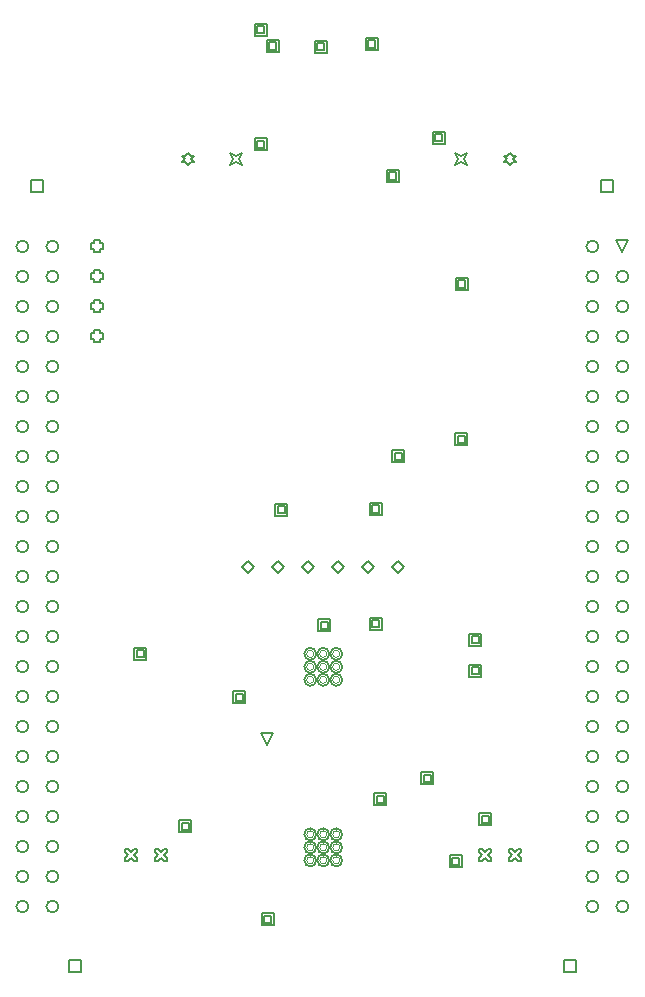
<source format=gbr>
G04 Layer_Color=2752767*
%FSLAX26Y26*%
%MOIN*%
%TF.FileFunction,Drawing*%
%TF.Part,Single*%
G01*
G75*
%TA.AperFunction,NonConductor*%
%ADD74C,0.005000*%
%ADD75C,0.006667*%
%ADD76C,0.004000*%
D74*
X1830000Y180000D02*
Y220000D01*
X1870000D01*
Y180000D01*
X1830000D01*
X-70000D02*
Y220000D01*
X-30000D01*
Y180000D01*
X-70000D01*
X55000Y-2420000D02*
Y-2380000D01*
X95000D01*
Y-2420000D01*
X55000D01*
X1705000D02*
Y-2380000D01*
X1745000D01*
Y-2420000D01*
X1705000D01*
X1900000Y-20000D02*
X1880000Y20000D01*
X1920000D01*
X1900000Y-20000D01*
X714614Y-1663000D02*
X694614Y-1623000D01*
X734614D01*
X714614Y-1663000D01*
X1524200Y273000D02*
X1534200Y283000D01*
X1544200D01*
X1534200Y293000D01*
X1544200Y303000D01*
X1534200D01*
X1524200Y313000D01*
X1514200Y303000D01*
X1504200D01*
X1514200Y293000D01*
X1504200Y283000D01*
X1514200D01*
X1524200Y273000D01*
X451800D02*
X461800Y283000D01*
X471800D01*
X461800Y293000D01*
X471800Y303000D01*
X461800D01*
X451800Y313000D01*
X441800Y303000D01*
X431800D01*
X441800Y293000D01*
X431800Y283000D01*
X441800D01*
X451800Y273000D01*
X593700D02*
X603700Y293000D01*
X593700Y313000D01*
X613700Y303000D01*
X633700Y313000D01*
X623700Y293000D01*
X633700Y273000D01*
X613700Y283000D01*
X593700Y273000D01*
X1342300Y271400D02*
X1352300Y291400D01*
X1342300Y311400D01*
X1362300Y301400D01*
X1382300Y311400D01*
X1372300Y291400D01*
X1382300Y271400D01*
X1362300Y281400D01*
X1342300Y271400D01*
X140000Y-10000D02*
Y-20000D01*
X160000D01*
Y-10000D01*
X170000D01*
Y10000D01*
X160000D01*
Y20000D01*
X140000D01*
Y10000D01*
X130000D01*
Y-10000D01*
X140000D01*
Y-110000D02*
Y-120000D01*
X160000D01*
Y-110000D01*
X170000D01*
Y-90000D01*
X160000D01*
Y-80000D01*
X140000D01*
Y-90000D01*
X130000D01*
Y-110000D01*
X140000D01*
Y-210000D02*
Y-220000D01*
X160000D01*
Y-210000D01*
X170000D01*
Y-190000D01*
X160000D01*
Y-180000D01*
X140000D01*
Y-190000D01*
X130000D01*
Y-210000D01*
X140000D01*
Y-310000D02*
Y-320000D01*
X160000D01*
Y-310000D01*
X170000D01*
Y-290000D01*
X160000D01*
Y-280000D01*
X140000D01*
Y-290000D01*
X130000D01*
Y-310000D01*
X140000D01*
X242449Y-2047897D02*
X252449D01*
X262449Y-2037897D01*
X272449Y-2047897D01*
X282449D01*
Y-2037897D01*
X272449Y-2027897D01*
X282449Y-2017897D01*
Y-2007897D01*
X272449D01*
X262449Y-2017897D01*
X252449Y-2007897D01*
X242449D01*
Y-2017897D01*
X252449Y-2027897D01*
X242449Y-2037897D01*
Y-2047897D01*
X342449D02*
X352449D01*
X362449Y-2037897D01*
X372449Y-2047897D01*
X382449D01*
Y-2037897D01*
X372449Y-2027897D01*
X382449Y-2017897D01*
Y-2007897D01*
X372449D01*
X362449Y-2017897D01*
X352449Y-2007897D01*
X342449D01*
Y-2017897D01*
X352449Y-2027897D01*
X342449Y-2037897D01*
Y-2047897D01*
X1423551D02*
X1433551D01*
X1443551Y-2037897D01*
X1453551Y-2047897D01*
X1463551D01*
Y-2037897D01*
X1453551Y-2027897D01*
X1463551Y-2017897D01*
Y-2007897D01*
X1453551D01*
X1443551Y-2017897D01*
X1433551Y-2007897D01*
X1423551D01*
Y-2017897D01*
X1433551Y-2027897D01*
X1423551Y-2037897D01*
Y-2047897D01*
X1523551D02*
X1533551D01*
X1543551Y-2037897D01*
X1553551Y-2047897D01*
X1563551D01*
Y-2037897D01*
X1553551Y-2027897D01*
X1563551Y-2017897D01*
Y-2007897D01*
X1553551D01*
X1543551Y-2017897D01*
X1533551Y-2007897D01*
X1523551D01*
Y-2017897D01*
X1533551Y-2027897D01*
X1523551Y-2037897D01*
Y-2047897D01*
X1133000Y-1069000D02*
X1153000Y-1049000D01*
X1173000Y-1069000D01*
X1153000Y-1089000D01*
X1133000Y-1069000D01*
X1033000D02*
X1053000Y-1049000D01*
X1073000Y-1069000D01*
X1053000Y-1089000D01*
X1033000Y-1069000D01*
X933000D02*
X953000Y-1049000D01*
X973000Y-1069000D01*
X953000Y-1089000D01*
X933000Y-1069000D01*
X833000D02*
X853000Y-1049000D01*
X873000Y-1069000D01*
X853000Y-1089000D01*
X833000Y-1069000D01*
X733000D02*
X753000Y-1049000D01*
X773000Y-1069000D01*
X753000Y-1089000D01*
X733000Y-1069000D01*
X633000D02*
X653000Y-1049000D01*
X673000Y-1069000D01*
X653000Y-1089000D01*
X633000Y-1069000D01*
X714000Y648000D02*
Y688000D01*
X754000D01*
Y648000D01*
X714000D01*
X722000Y656000D02*
Y680000D01*
X746000D01*
Y656000D01*
X722000D01*
X675000Y702000D02*
Y742000D01*
X715000D01*
Y702000D01*
X675000D01*
X683000Y710000D02*
Y734000D01*
X707000D01*
Y710000D01*
X683000D01*
X875000Y646000D02*
Y686000D01*
X915000D01*
Y646000D01*
X875000D01*
X883000Y654000D02*
Y678000D01*
X907000D01*
Y654000D01*
X883000D01*
X1044000Y655000D02*
Y695000D01*
X1084000D01*
Y655000D01*
X1044000D01*
X1052000Y663000D02*
Y687000D01*
X1076000D01*
Y663000D01*
X1052000D01*
X697566Y-2263000D02*
Y-2223000D01*
X737566D01*
Y-2263000D01*
X697566D01*
X705566Y-2255000D02*
Y-2231000D01*
X729566D01*
Y-2255000D01*
X705566D01*
X675000Y320000D02*
Y360000D01*
X715000D01*
Y320000D01*
X675000D01*
X683000Y328000D02*
Y352000D01*
X707000D01*
Y328000D01*
X683000D01*
X1073000Y-1863000D02*
Y-1823000D01*
X1113000D01*
Y-1863000D01*
X1073000D01*
X1081000Y-1855000D02*
Y-1831000D01*
X1105000D01*
Y-1855000D01*
X1081000D01*
X1230078Y-1793000D02*
Y-1753000D01*
X1270078D01*
Y-1793000D01*
X1230078D01*
X1238078Y-1785000D02*
Y-1761000D01*
X1262078D01*
Y-1785000D01*
X1238078D01*
X603000Y-1523000D02*
Y-1483000D01*
X643000D01*
Y-1523000D01*
X603000D01*
X611000Y-1515000D02*
Y-1491000D01*
X635000D01*
Y-1515000D01*
X611000D01*
X886000Y-1283000D02*
Y-1243000D01*
X926000D01*
Y-1283000D01*
X886000D01*
X894000Y-1275000D02*
Y-1251000D01*
X918000D01*
Y-1275000D01*
X894000D01*
X1268000Y343000D02*
Y383000D01*
X1308000D01*
Y343000D01*
X1268000D01*
X1276000Y351000D02*
Y375000D01*
X1300000D01*
Y351000D01*
X1276000D01*
X423000Y-1953063D02*
Y-1913063D01*
X463000D01*
Y-1953063D01*
X423000D01*
X431000Y-1945063D02*
Y-1921063D01*
X455000D01*
Y-1945063D01*
X431000D01*
X273000Y-1377874D02*
Y-1337874D01*
X313000D01*
Y-1377874D01*
X273000D01*
X281000Y-1369874D02*
Y-1345874D01*
X305000D01*
Y-1369874D01*
X281000D01*
X743000Y-898000D02*
Y-858000D01*
X783000D01*
Y-898000D01*
X743000D01*
X751000Y-890000D02*
Y-866000D01*
X775000D01*
Y-890000D01*
X751000D01*
X1325000Y-2070000D02*
Y-2030000D01*
X1365000D01*
Y-2070000D01*
X1325000D01*
X1333000Y-2062000D02*
Y-2038000D01*
X1357000D01*
Y-2062000D01*
X1333000D01*
X1057928Y-1277598D02*
Y-1237598D01*
X1097928D01*
Y-1277598D01*
X1057928D01*
X1065928Y-1269598D02*
Y-1245598D01*
X1089928D01*
Y-1269598D01*
X1065928D01*
X1057928Y-895000D02*
Y-855000D01*
X1097928D01*
Y-895000D01*
X1057928D01*
X1065928Y-887000D02*
Y-863000D01*
X1089928D01*
Y-887000D01*
X1065928D01*
X1342688Y-662598D02*
Y-622598D01*
X1382688D01*
Y-662598D01*
X1342688D01*
X1350688Y-654598D02*
Y-630598D01*
X1374688D01*
Y-654598D01*
X1350688D01*
X1133000Y-718779D02*
Y-678779D01*
X1173000D01*
Y-718779D01*
X1133000D01*
X1141000Y-710779D02*
Y-686779D01*
X1165000D01*
Y-710779D01*
X1141000D01*
X1345000Y-145000D02*
Y-105000D01*
X1385000D01*
Y-145000D01*
X1345000D01*
X1353000Y-137000D02*
Y-113000D01*
X1377000D01*
Y-137000D01*
X1353000D01*
X1115000Y215000D02*
Y255000D01*
X1155000D01*
Y215000D01*
X1115000D01*
X1123000Y223000D02*
Y247000D01*
X1147000D01*
Y223000D01*
X1123000D01*
X1390000Y-1331000D02*
Y-1291000D01*
X1430000D01*
Y-1331000D01*
X1390000D01*
X1398000Y-1323000D02*
Y-1299000D01*
X1422000D01*
Y-1323000D01*
X1398000D01*
X1390000Y-1434000D02*
Y-1394000D01*
X1430000D01*
Y-1434000D01*
X1390000D01*
X1398000Y-1426000D02*
Y-1402000D01*
X1422000D01*
Y-1426000D01*
X1398000D01*
X1423766Y-1929000D02*
Y-1889000D01*
X1463766D01*
Y-1929000D01*
X1423766D01*
X1431766Y-1921000D02*
Y-1897000D01*
X1455766D01*
Y-1921000D01*
X1431766D01*
D75*
X1820000Y0D02*
G03*
X1820000Y0I-20000J0D01*
G01*
Y-100000D02*
G03*
X1820000Y-100000I-20000J0D01*
G01*
Y-200000D02*
G03*
X1820000Y-200000I-20000J0D01*
G01*
Y-300000D02*
G03*
X1820000Y-300000I-20000J0D01*
G01*
Y-400000D02*
G03*
X1820000Y-400000I-20000J0D01*
G01*
Y-500000D02*
G03*
X1820000Y-500000I-20000J0D01*
G01*
Y-600000D02*
G03*
X1820000Y-600000I-20000J0D01*
G01*
Y-700000D02*
G03*
X1820000Y-700000I-20000J0D01*
G01*
Y-800000D02*
G03*
X1820000Y-800000I-20000J0D01*
G01*
Y-900000D02*
G03*
X1820000Y-900000I-20000J0D01*
G01*
Y-1000000D02*
G03*
X1820000Y-1000000I-20000J0D01*
G01*
Y-1100000D02*
G03*
X1820000Y-1100000I-20000J0D01*
G01*
Y-1200000D02*
G03*
X1820000Y-1200000I-20000J0D01*
G01*
Y-1300000D02*
G03*
X1820000Y-1300000I-20000J0D01*
G01*
Y-1400000D02*
G03*
X1820000Y-1400000I-20000J0D01*
G01*
Y-1500000D02*
G03*
X1820000Y-1500000I-20000J0D01*
G01*
Y-1600000D02*
G03*
X1820000Y-1600000I-20000J0D01*
G01*
Y-1700000D02*
G03*
X1820000Y-1700000I-20000J0D01*
G01*
Y-1800000D02*
G03*
X1820000Y-1800000I-20000J0D01*
G01*
Y-1900000D02*
G03*
X1820000Y-1900000I-20000J0D01*
G01*
Y-2000000D02*
G03*
X1820000Y-2000000I-20000J0D01*
G01*
Y-2100000D02*
G03*
X1820000Y-2100000I-20000J0D01*
G01*
Y-2200000D02*
G03*
X1820000Y-2200000I-20000J0D01*
G01*
X1920000Y-100000D02*
G03*
X1920000Y-100000I-20000J0D01*
G01*
Y-200000D02*
G03*
X1920000Y-200000I-20000J0D01*
G01*
Y-300000D02*
G03*
X1920000Y-300000I-20000J0D01*
G01*
Y-400000D02*
G03*
X1920000Y-400000I-20000J0D01*
G01*
Y-500000D02*
G03*
X1920000Y-500000I-20000J0D01*
G01*
Y-600000D02*
G03*
X1920000Y-600000I-20000J0D01*
G01*
Y-700000D02*
G03*
X1920000Y-700000I-20000J0D01*
G01*
Y-800000D02*
G03*
X1920000Y-800000I-20000J0D01*
G01*
Y-900000D02*
G03*
X1920000Y-900000I-20000J0D01*
G01*
Y-1000000D02*
G03*
X1920000Y-1000000I-20000J0D01*
G01*
Y-1100000D02*
G03*
X1920000Y-1100000I-20000J0D01*
G01*
Y-1200000D02*
G03*
X1920000Y-1200000I-20000J0D01*
G01*
Y-1300000D02*
G03*
X1920000Y-1300000I-20000J0D01*
G01*
Y-1400000D02*
G03*
X1920000Y-1400000I-20000J0D01*
G01*
Y-1500000D02*
G03*
X1920000Y-1500000I-20000J0D01*
G01*
Y-1600000D02*
G03*
X1920000Y-1600000I-20000J0D01*
G01*
Y-1700000D02*
G03*
X1920000Y-1700000I-20000J0D01*
G01*
Y-1800000D02*
G03*
X1920000Y-1800000I-20000J0D01*
G01*
Y-1900000D02*
G03*
X1920000Y-1900000I-20000J0D01*
G01*
Y-2000000D02*
G03*
X1920000Y-2000000I-20000J0D01*
G01*
Y-2100000D02*
G03*
X1920000Y-2100000I-20000J0D01*
G01*
Y-2200000D02*
G03*
X1920000Y-2200000I-20000J0D01*
G01*
X20000Y0D02*
G03*
X20000Y0I-20000J0D01*
G01*
X-80000D02*
G03*
X-80000Y0I-20000J0D01*
G01*
Y-100000D02*
G03*
X-80000Y-100000I-20000J0D01*
G01*
Y-200000D02*
G03*
X-80000Y-200000I-20000J0D01*
G01*
Y-300000D02*
G03*
X-80000Y-300000I-20000J0D01*
G01*
Y-400000D02*
G03*
X-80000Y-400000I-20000J0D01*
G01*
Y-500000D02*
G03*
X-80000Y-500000I-20000J0D01*
G01*
Y-600000D02*
G03*
X-80000Y-600000I-20000J0D01*
G01*
Y-700000D02*
G03*
X-80000Y-700000I-20000J0D01*
G01*
Y-800000D02*
G03*
X-80000Y-800000I-20000J0D01*
G01*
Y-900000D02*
G03*
X-80000Y-900000I-20000J0D01*
G01*
Y-1000000D02*
G03*
X-80000Y-1000000I-20000J0D01*
G01*
Y-1100000D02*
G03*
X-80000Y-1100000I-20000J0D01*
G01*
Y-1200000D02*
G03*
X-80000Y-1200000I-20000J0D01*
G01*
Y-1300000D02*
G03*
X-80000Y-1300000I-20000J0D01*
G01*
Y-1400000D02*
G03*
X-80000Y-1400000I-20000J0D01*
G01*
Y-1500000D02*
G03*
X-80000Y-1500000I-20000J0D01*
G01*
Y-1600000D02*
G03*
X-80000Y-1600000I-20000J0D01*
G01*
Y-1700000D02*
G03*
X-80000Y-1700000I-20000J0D01*
G01*
Y-1800000D02*
G03*
X-80000Y-1800000I-20000J0D01*
G01*
Y-1900000D02*
G03*
X-80000Y-1900000I-20000J0D01*
G01*
Y-2000000D02*
G03*
X-80000Y-2000000I-20000J0D01*
G01*
Y-2100000D02*
G03*
X-80000Y-2100000I-20000J0D01*
G01*
Y-2200000D02*
G03*
X-80000Y-2200000I-20000J0D01*
G01*
X20000Y-100000D02*
G03*
X20000Y-100000I-20000J0D01*
G01*
Y-200000D02*
G03*
X20000Y-200000I-20000J0D01*
G01*
Y-300000D02*
G03*
X20000Y-300000I-20000J0D01*
G01*
Y-400000D02*
G03*
X20000Y-400000I-20000J0D01*
G01*
Y-500000D02*
G03*
X20000Y-500000I-20000J0D01*
G01*
Y-600000D02*
G03*
X20000Y-600000I-20000J0D01*
G01*
Y-700000D02*
G03*
X20000Y-700000I-20000J0D01*
G01*
Y-800000D02*
G03*
X20000Y-800000I-20000J0D01*
G01*
Y-900000D02*
G03*
X20000Y-900000I-20000J0D01*
G01*
Y-1000000D02*
G03*
X20000Y-1000000I-20000J0D01*
G01*
Y-1100000D02*
G03*
X20000Y-1100000I-20000J0D01*
G01*
Y-1200000D02*
G03*
X20000Y-1200000I-20000J0D01*
G01*
Y-1300000D02*
G03*
X20000Y-1300000I-20000J0D01*
G01*
Y-1400000D02*
G03*
X20000Y-1400000I-20000J0D01*
G01*
Y-1500000D02*
G03*
X20000Y-1500000I-20000J0D01*
G01*
Y-1600000D02*
G03*
X20000Y-1600000I-20000J0D01*
G01*
Y-1700000D02*
G03*
X20000Y-1700000I-20000J0D01*
G01*
Y-1800000D02*
G03*
X20000Y-1800000I-20000J0D01*
G01*
Y-1900000D02*
G03*
X20000Y-1900000I-20000J0D01*
G01*
Y-2000000D02*
G03*
X20000Y-2000000I-20000J0D01*
G01*
Y-2100000D02*
G03*
X20000Y-2100000I-20000J0D01*
G01*
Y-2200000D02*
G03*
X20000Y-2200000I-20000J0D01*
G01*
X966307Y-1959693D02*
G03*
X966307Y-1959693I-20000J0D01*
G01*
X923000D02*
G03*
X923000Y-1959693I-20000J0D01*
G01*
X879693D02*
G03*
X879693Y-1959693I-20000J0D01*
G01*
X966307Y-2003000D02*
G03*
X966307Y-2003000I-20000J0D01*
G01*
X923000D02*
G03*
X923000Y-2003000I-20000J0D01*
G01*
X879693D02*
G03*
X879693Y-2003000I-20000J0D01*
G01*
X966307Y-2046307D02*
G03*
X966307Y-2046307I-20000J0D01*
G01*
X923000D02*
G03*
X923000Y-2046307I-20000J0D01*
G01*
X879693D02*
G03*
X879693Y-2046307I-20000J0D01*
G01*
Y-1444488D02*
G03*
X879693Y-1444488I-20000J0D01*
G01*
X923000D02*
G03*
X923000Y-1444488I-20000J0D01*
G01*
X966307D02*
G03*
X966307Y-1444488I-20000J0D01*
G01*
X879693Y-1401181D02*
G03*
X879693Y-1401181I-20000J0D01*
G01*
X923000D02*
G03*
X923000Y-1401181I-20000J0D01*
G01*
X966307D02*
G03*
X966307Y-1401181I-20000J0D01*
G01*
X879693Y-1357874D02*
G03*
X879693Y-1357874I-20000J0D01*
G01*
X923000D02*
G03*
X923000Y-1357874I-20000J0D01*
G01*
X966307D02*
G03*
X966307Y-1357874I-20000J0D01*
G01*
D76*
X958307Y-1959693D02*
G03*
X958307Y-1959693I-12000J0D01*
G01*
X915000D02*
G03*
X915000Y-1959693I-12000J0D01*
G01*
X871693D02*
G03*
X871693Y-1959693I-12000J0D01*
G01*
X958307Y-2003000D02*
G03*
X958307Y-2003000I-12000J0D01*
G01*
X915000D02*
G03*
X915000Y-2003000I-12000J0D01*
G01*
X871693D02*
G03*
X871693Y-2003000I-12000J0D01*
G01*
X958307Y-2046307D02*
G03*
X958307Y-2046307I-12000J0D01*
G01*
X915000D02*
G03*
X915000Y-2046307I-12000J0D01*
G01*
X871693D02*
G03*
X871693Y-2046307I-12000J0D01*
G01*
Y-1444488D02*
G03*
X871693Y-1444488I-12000J0D01*
G01*
X915000D02*
G03*
X915000Y-1444488I-12000J0D01*
G01*
X958307D02*
G03*
X958307Y-1444488I-12000J0D01*
G01*
X871693Y-1401181D02*
G03*
X871693Y-1401181I-12000J0D01*
G01*
X915000D02*
G03*
X915000Y-1401181I-12000J0D01*
G01*
X958307D02*
G03*
X958307Y-1401181I-12000J0D01*
G01*
X871693Y-1357874D02*
G03*
X871693Y-1357874I-12000J0D01*
G01*
X915000D02*
G03*
X915000Y-1357874I-12000J0D01*
G01*
X958307D02*
G03*
X958307Y-1357874I-12000J0D01*
G01*
%TF.MD5,4bd8251401f9d3d78d3b7789a6b95054*%
M02*

</source>
